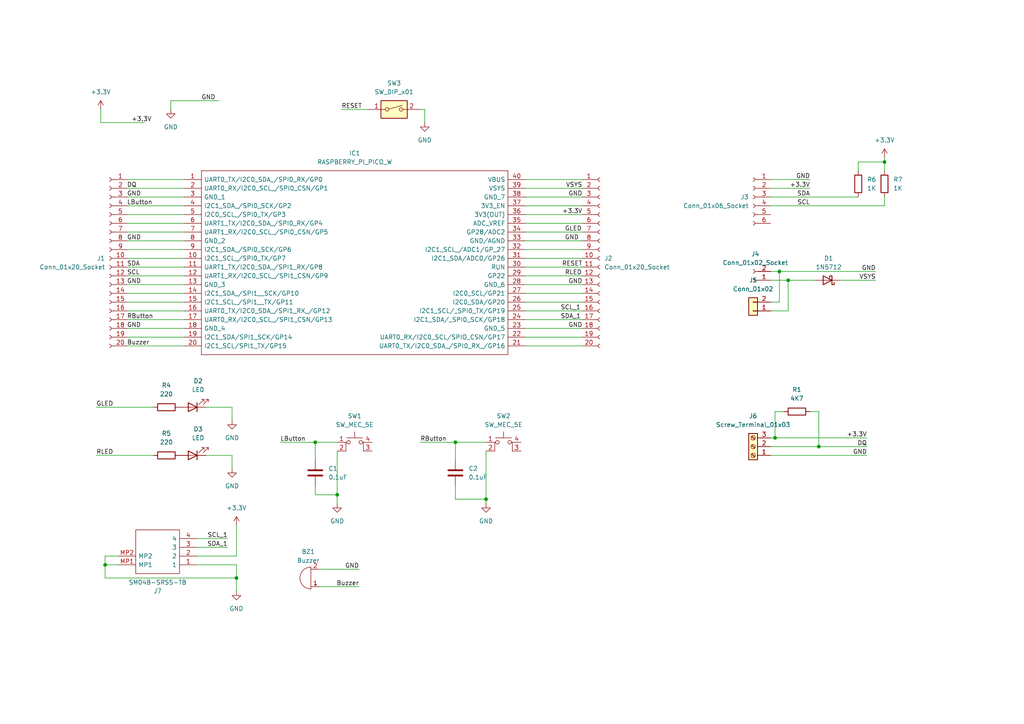
<source format=kicad_sch>
(kicad_sch (version 20230121) (generator eeschema)
  (paper "A4")
  (lib_symbols
    (symbol "Connector:Conn_01x02_Socket" (pin_names (offset 1.016) hide)
      (property "Reference" "J" (at 0 2.54 0))
      (property "Value" "Conn_01x02_Socket" (at 0 -5.08 0))
      (symbol "Conn_01x02_Socket_1_1"
        (arc (start 0 -2.032) (mid -0.5058 -2.54) (end 0 -3.048) (stroke (width 0.1524)))
        (polyline (pts (xy -1.27 -2.54) (xy -0.508 -2.54)) (stroke (width 0.1524)))
        (polyline (pts (xy -1.27 0) (xy -0.508 0)) (stroke (width 0.1524)))
        (arc (start 0 0.508) (mid -0.5058 0) (end 0 -0.508) (stroke (width 0.1524)))
        (pin passive line (at -5.08 0 0) (length 3.81) (name "Pin_1") (number "1"))
        (pin passive line (at -5.08 -2.54 0) (length 3.81) (name "Pin_2") (number "2"))
      )
    )
    (symbol "Connector:Conn_01x06_Socket" (pin_names (offset 1.016) hide)
      (property "Reference" "J" (at 0 7.62 0))
      (property "Value" "Conn_01x06_Socket" (at 0 -10.16 0))
      (symbol "Conn_01x06_Socket_1_1"
        (arc (start 0 -7.112) (mid -0.5058 -7.62) (end 0 -8.128) (stroke (width 0.1524)))
        (arc (start 0 -4.572) (mid -0.5058 -5.08) (end 0 -5.588) (stroke (width 0.1524)))
        (arc (start 0 -2.032) (mid -0.5058 -2.54) (end 0 -3.048) (stroke (width 0.1524)))
        (polyline (pts (xy -1.27 -7.62) (xy -0.508 -7.62)) (stroke (width 0.1524)))
        (polyline (pts (xy -1.27 -5.08) (xy -0.508 -5.08)) (stroke (width 0.1524)))
        (polyline (pts (xy -1.27 -2.54) (xy -0.508 -2.54)) (stroke (width 0.1524)))
        (polyline (pts (xy -1.27 0) (xy -0.508 0)) (stroke (width 0.1524)))
        (polyline (pts (xy -1.27 2.54) (xy -0.508 2.54)) (stroke (width 0.1524)))
        (polyline (pts (xy -1.27 5.08) (xy -0.508 5.08)) (stroke (width 0.1524)))
        (arc (start 0 0.508) (mid -0.5058 0) (end 0 -0.508) (stroke (width 0.1524)))
        (arc (start 0 3.048) (mid -0.5058 2.54) (end 0 2.032) (stroke (width 0.1524)))
        (arc (start 0 5.588) (mid -0.5058 5.08) (end 0 4.572) (stroke (width 0.1524)))
        (pin passive line (at -5.08 5.08 0) (length 3.81) (name "Pin_1") (number "1"))
        (pin passive line (at -5.08 2.54 0) (length 3.81) (name "Pin_2") (number "2"))
        (pin passive line (at -5.08 0 0) (length 3.81) (name "Pin_3") (number "3"))
        (pin passive line (at -5.08 -2.54 0) (length 3.81) (name "Pin_4") (number "4"))
        (pin passive line (at -5.08 -5.08 0) (length 3.81) (name "Pin_5") (number "5"))
        (pin passive line (at -5.08 -7.62 0) (length 3.81) (name "Pin_6") (number "6"))
      )
    )
    (symbol "Connector:Conn_01x20_Socket" (pin_names (offset 1.016) hide)
      (property "Reference" "J" (at 0 25.4 0))
      (property "Value" "Conn_01x20_Socket" (at 0 -27.94 0))
      (symbol "Conn_01x20_Socket_1_1"
        (arc (start 0 -24.892) (mid -0.5058 -25.4) (end 0 -25.908) (stroke (width 0.1524)))
        (arc (start 0 -22.352) (mid -0.5058 -22.86) (end 0 -23.368) (stroke (width 0.1524)))
        (arc (start 0 -19.812) (mid -0.5058 -20.32) (end 0 -20.828) (stroke (width 0.1524)))
        (arc (start 0 -17.272) (mid -0.5058 -17.78) (end 0 -18.288) (stroke (width 0.1524)))
        (arc (start 0 -14.732) (mid -0.5058 -15.24) (end 0 -15.748) (stroke (width 0.1524)))
        (arc (start 0 -12.192) (mid -0.5058 -12.7) (end 0 -13.208) (stroke (width 0.1524)))
        (arc (start 0 -9.652) (mid -0.5058 -10.16) (end 0 -10.668) (stroke (width 0.1524)))
        (arc (start 0 -7.112) (mid -0.5058 -7.62) (end 0 -8.128) (stroke (width 0.1524)))
        (arc (start 0 -4.572) (mid -0.5058 -5.08) (end 0 -5.588) (stroke (width 0.1524)))
        (arc (start 0 -2.032) (mid -0.5058 -2.54) (end 0 -3.048) (stroke (width 0.1524)))
        (polyline (pts (xy -1.27 -25.4) (xy -0.508 -25.4)) (stroke (width 0.1524)))
        (polyline (pts (xy -1.27 -22.86) (xy -0.508 -22.86)) (stroke (width 0.1524)))
        (polyline (pts (xy -1.27 -20.32) (xy -0.508 -20.32)) (stroke (width 0.1524)))
        (polyline (pts (xy -1.27 -17.78) (xy -0.508 -17.78)) (stroke (width 0.1524)))
        (polyline (pts (xy -1.27 -15.24) (xy -0.508 -15.24)) (stroke (width 0.1524)))
        (polyline (pts (xy -1.27 -12.7) (xy -0.508 -12.7)) (stroke (width 0.1524)))
        (polyline (pts (xy -1.27 -10.16) (xy -0.508 -10.16)) (stroke (width 0.1524)))
        (polyline (pts (xy -1.27 -7.62) (xy -0.508 -7.62)) (stroke (width 0.1524)))
        (polyline (pts (xy -1.27 -5.08) (xy -0.508 -5.08)) (stroke (width 0.1524)))
        (polyline (pts (xy -1.27 -2.54) (xy -0.508 -2.54)) (stroke (width 0.1524)))
        (polyline (pts (xy -1.27 0) (xy -0.508 0)) (stroke (width 0.1524)))
        (polyline (pts (xy -1.27 2.54) (xy -0.508 2.54)) (stroke (width 0.1524)))
        (polyline (pts (xy -1.27 5.08) (xy -0.508 5.08)) (stroke (width 0.1524)))
        (polyline (pts (xy -1.27 7.62) (xy -0.508 7.62)) (stroke (width 0.1524)))
        (polyline (pts (xy -1.27 10.16) (xy -0.508 10.16)) (stroke (width 0.1524)))
        (polyline (pts (xy -1.27 12.7) (xy -0.508 12.7)) (stroke (width 0.1524)))
        (polyline (pts (xy -1.27 15.24) (xy -0.508 15.24)) (stroke (width 0.1524)))
        (polyline (pts (xy -1.27 17.78) (xy -0.508 17.78)) (stroke (width 0.1524)))
        (polyline (pts (xy -1.27 20.32) (xy -0.508 20.32)) (stroke (width 0.1524)))
        (polyline (pts (xy -1.27 22.86) (xy -0.508 22.86)) (stroke (width 0.1524)))
        (arc (start 0 0.508) (mid -0.5058 0) (end 0 -0.508) (stroke (width 0.1524)))
        (arc (start 0 3.048) (mid -0.5058 2.54) (end 0 2.032) (stroke (width 0.1524)))
        (arc (start 0 5.588) (mid -0.5058 5.08) (end 0 4.572) (stroke (width 0.1524)))
        (arc (start 0 8.128) (mid -0.5058 7.62) (end 0 7.112) (stroke (width 0.1524)))
        (arc (start 0 10.668) (mid -0.5058 10.16) (end 0 9.652) (stroke (width 0.1524)))
        (arc (start 0 13.208) (mid -0.5058 12.7) (end 0 12.192) (stroke (width 0.1524)))
        (arc (start 0 15.748) (mid -0.5058 15.24) (end 0 14.732) (stroke (width 0.1524)))
        (arc (start 0 18.288) (mid -0.5058 17.78) (end 0 17.272) (stroke (width 0.1524)))
        (arc (start 0 20.828) (mid -0.5058 20.32) (end 0 19.812) (stroke (width 0.1524)))
        (arc (start 0 23.368) (mid -0.5058 22.86) (end 0 22.352) (stroke (width 0.1524)))
        (pin passive line (at -5.08 22.86 0) (length 3.81) (name "Pin_1") (number "1"))
        (pin passive line (at -5.08 0 0) (length 3.81) (name "Pin_10") (number "10"))
        (pin passive line (at -5.08 -2.54 0) (length 3.81) (name "Pin_11") (number "11"))
        (pin passive line (at -5.08 -5.08 0) (length 3.81) (name "Pin_12") (number "12"))
        (pin passive line (at -5.08 -7.62 0) (length 3.81) (name "Pin_13") (number "13"))
        (pin passive line (at -5.08 -10.16 0) (length 3.81) (name "Pin_14") (number "14"))
        (pin passive line (at -5.08 -12.7 0) (length 3.81) (name "Pin_15") (number "15"))
        (pin passive line (at -5.08 -15.24 0) (length 3.81) (name "Pin_16") (number "16"))
        (pin passive line (at -5.08 -17.78 0) (length 3.81) (name "Pin_17") (number "17"))
        (pin passive line (at -5.08 -20.32 0) (length 3.81) (name "Pin_18") (number "18"))
        (pin passive line (at -5.08 -22.86 0) (length 3.81) (name "Pin_19") (number "19"))
        (pin passive line (at -5.08 20.32 0) (length 3.81) (name "Pin_2") (number "2"))
        (pin passive line (at -5.08 -25.4 0) (length 3.81) (name "Pin_20") (number "20"))
        (pin passive line (at -5.08 17.78 0) (length 3.81) (name "Pin_3") (number "3"))
        (pin passive line (at -5.08 15.24 0) (length 3.81) (name "Pin_4") (number "4"))
        (pin passive line (at -5.08 12.7 0) (length 3.81) (name "Pin_5") (number "5"))
        (pin passive line (at -5.08 10.16 0) (length 3.81) (name "Pin_6") (number "6"))
        (pin passive line (at -5.08 7.62 0) (length 3.81) (name "Pin_7") (number "7"))
        (pin passive line (at -5.08 5.08 0) (length 3.81) (name "Pin_8") (number "8"))
        (pin passive line (at -5.08 2.54 0) (length 3.81) (name "Pin_9") (number "9"))
      )
    )
    (symbol "Connector:Screw_Terminal_01x03" (pin_names (offset 1.016) hide)
      (property "Reference" "J" (at 0 5.08 0))
      (property "Value" "Screw_Terminal_01x03" (at 0 -5.08 0))
      (symbol "Screw_Terminal_01x03_1_1"
        (rectangle (start -1.27 3.81) (end 1.27 -3.81) (stroke (width 0.254)) (fill (type background)))
        (circle (center 0 -2.54) (radius 0.635) (stroke (width 0.1524)))
        (polyline (pts (xy -0.5334 -2.2098) (xy 0.3302 -3.048)) (stroke (width 0.1524)))
        (polyline (pts (xy -0.5334 0.3302) (xy 0.3302 -0.508)) (stroke (width 0.1524)))
        (polyline (pts (xy -0.5334 2.8702) (xy 0.3302 2.032)) (stroke (width 0.1524)))
        (polyline (pts (xy -0.3556 -2.032) (xy 0.508 -2.8702)) (stroke (width 0.1524)))
        (polyline (pts (xy -0.3556 0.508) (xy 0.508 -0.3302)) (stroke (width 0.1524)))
        (polyline (pts (xy -0.3556 3.048) (xy 0.508 2.2098)) (stroke (width 0.1524)))
        (circle (center 0 0) (radius 0.635) (stroke (width 0.1524)))
        (circle (center 0 2.54) (radius 0.635) (stroke (width 0.1524)))
        (pin passive line (at -5.08 2.54 0) (length 3.81) (name "Pin_1") (number "1"))
        (pin passive line (at -5.08 0 0) (length 3.81) (name "Pin_2") (number "2"))
        (pin passive line (at -5.08 -2.54 0) (length 3.81) (name "Pin_3") (number "3"))
      )
    )
    (symbol "Connector_Generic:Conn_01x02" (pin_names (offset 1.016) hide)
      (property "Reference" "J" (at 0 2.54 0))
      (property "Value" "Conn_01x02" (at 0 -5.08 0))
      (symbol "Conn_01x02_1_1"
        (rectangle (start -1.27 -2.413) (end 0 -2.667) (stroke (width 0.1524)))
        (rectangle (start -1.27 0.127) (end 0 -0.127) (stroke (width 0.1524)))
        (rectangle (start -1.27 1.27) (end 1.27 -3.81) (stroke (width 0.254)) (fill (type background)))
        (pin passive line (at -5.08 0 0) (length 3.81) (name "Pin_1") (number "1"))
        (pin passive line (at -5.08 -2.54 0) (length 3.81) (name "Pin_2") (number "2"))
      )
    )
    (symbol "Device:Buzzer" (pin_names (offset 0.0254) hide)
      (property "Reference" "BZ" (at 3.81 1.27 0))
      (property "Value" "Buzzer" (at 3.81 -1.27 0))
      (symbol "Buzzer_0_1"
        (arc (start 0 -3.175) (mid 3.1612 0) (end 0 3.175))
        (polyline (pts (xy -1.651 1.905) (xy -1.143 1.905)))
        (polyline (pts (xy -1.397 2.159) (xy -1.397 1.651)))
        (polyline (pts (xy 0 3.175) (xy 0 -3.175)))
      )
      (symbol "Buzzer_1_1"
        (pin passive line (at -2.54 2.54 0) (length 2.54) (name "-") (number "1"))
        (pin passive line (at -2.54 -2.54 0) (length 2.54) (name "+") (number "2"))
      )
    )
    (symbol "Device:C" (pin_numbers hide) (pin_names (offset 0.254))
      (property "Reference" "C" (at 0.635 2.54 0))
      (property "Value" "C" (at 0.635 -2.54 0))
      (symbol "C_0_1"
        (polyline (pts (xy -2.032 -0.762) (xy 2.032 -0.762)) (stroke (width 0.508)))
        (polyline (pts (xy -2.032 0.762) (xy 2.032 0.762)) (stroke (width 0.508)))
      )
      (symbol "C_1_1"
        (pin passive line (at 0 3.81 270) (length 2.794) (name "~") (number "1"))
        (pin passive line (at 0 -3.81 90) (length 2.794) (name "~") (number "2"))
      )
    )
    (symbol "Device:LED" (pin_numbers hide) (pin_names (offset 1.016) hide)
      (property "Reference" "D" (at 0 2.54 0))
      (property "Value" "LED" (at 0 -2.54 0))
      (symbol "LED_0_1"
        (polyline (pts (xy -1.27 -1.27) (xy -1.27 1.27)) (stroke (width 0.254)))
        (polyline (pts (xy -1.27 0) (xy 1.27 0)))
        (polyline (pts (xy 1.27 -1.27) (xy 1.27 1.27) (xy -1.27 0) (xy 1.27 -1.27)) (stroke (width 0.254)))
        (polyline (pts (xy -3.048 -0.762) (xy -4.572 -2.286) (xy -3.81 -2.286) (xy -4.572 -2.286) (xy -4.572 -1.524)))
        (polyline (pts (xy -1.778 -0.762) (xy -3.302 -2.286) (xy -2.54 -2.286) (xy -3.302 -2.286) (xy -3.302 -1.524)))
      )
      (symbol "LED_1_1"
        (pin passive line (at -3.81 0 0) (length 2.54) (name "K") (number "1"))
        (pin passive line (at 3.81 0 180) (length 2.54) (name "A") (number "2"))
      )
    )
    (symbol "Device:R" (pin_numbers hide) (pin_names (offset 0))
      (property "Reference" "R" (at 2.032 0 90))
      (property "Value" "R" (at 0 0 90))
      (symbol "R_0_1"
        (rectangle (start -1.016 -2.54) (end 1.016 2.54) (stroke (width 0.254)))
      )
      (symbol "R_1_1"
        (pin passive line (at 0 3.81 270) (length 1.27) (name "~") (number "1"))
        (pin passive line (at 0 -3.81 90) (length 1.27) (name "~") (number "2"))
      )
    )
    (symbol "Diode:1N5712" (pin_numbers hide) (pin_names (offset 1.016) hide)
      (property "Reference" "D" (at 0 2.54 0))
      (property "Value" "1N5712" (at 0 -2.54 0))
      (symbol "1N5712_0_1"
        (polyline (pts (xy 1.27 0) (xy -1.27 0)))
        (polyline (pts (xy 1.27 1.27) (xy 1.27 -1.27) (xy -1.27 0) (xy 1.27 1.27)) (stroke (width 0.254)))
        (polyline (pts (xy -1.905 0.635) (xy -1.905 1.27) (xy -1.27 1.27) (xy -1.27 -1.27) (xy -0.635 -1.27) (xy -0.635 -0.635)) (stroke (width 0.254)))
      )
      (symbol "1N5712_1_1"
        (pin passive line (at -3.81 0 0) (length 2.54) (name "K") (number "1"))
        (pin passive line (at 3.81 0 180) (length 2.54) (name "A") (number "2"))
      )
    )
    (symbol "RASPBERRY_PI_PICO_W:RASPBERRY_PI_PICO_W" (pin_names (offset 0.762))
      (property "Reference" "IC" (at 95.25 7.62 0))
      (property "Value" "RASPBERRY_PI_PICO_W" (at 95.25 5.08 0))
      (symbol "RASPBERRY_PI_PICO_W_0_0"
        (pin passive line (at 0 0 0) (length 5.08) (name "UART0_TX/I2C0_SDA_/SPI0_RX/GP0") (number "1"))
        (pin passive line (at 0 -22.86 0) (length 5.08) (name "I2C1_SCL_/SPI0_TX/GP7") (number "10"))
        (pin passive line (at 0 -25.4 0) (length 5.08) (name "UART1_TX/I2C0_SDA_/SPI1_RX/GP8") (number "11"))
        (pin passive line (at 0 -27.94 0) (length 5.08) (name "UART1_RX/I2C0_SCL_/SPI1_CSN/GP9") (number "12"))
        (pin passive line (at 0 -30.48 0) (length 5.08) (name "GND_3") (number "13"))
        (pin passive line (at 0 -33.02 0) (length 5.08) (name "I2C1_SDA_/SPI1__SCK/GP10") (number "14"))
        (pin passive line (at 0 -35.56 0) (length 5.08) (name "I2C1_SCL_/SPI1__TX/GP11") (number "15"))
        (pin passive line (at 0 -38.1 0) (length 5.08) (name "UART0_TX/I2C0_SDA_/SPI1_RX_/GP12") (number "16"))
        (pin passive line (at 0 -40.64 0) (length 5.08) (name "UART0_RX/I2C0_SCL_/SPI1_CSN/GP13") (number "17"))
        (pin passive line (at 0 -43.18 0) (length 5.08) (name "GND_4") (number "18"))
        (pin passive line (at 0 -45.72 0) (length 5.08) (name "I2C1_SDA/SPI1_SCK/GP14") (number "19"))
        (pin passive line (at 0 -2.54 0) (length 5.08) (name "UART0_RX/I2C0_SCL_/SPI0_CSN/GP1") (number "2"))
        (pin passive line (at 0 -48.26 0) (length 5.08) (name "I2C1_SCL/SPI1_TX/GP15") (number "20"))
        (pin passive line (at 99.06 -48.26 180) (length 5.08) (name "UART0_TX/I2C0_SDA_/SPI0_RX_/GP16") (number "21"))
        (pin passive line (at 99.06 -45.72 180) (length 5.08) (name "UART0_RX/I2C0_SCL/SPIO_CSN/GP17") (number "22"))
        (pin passive line (at 99.06 -43.18 180) (length 5.08) (name "GND_5") (number "23"))
        (pin passive line (at 99.06 -40.64 180) (length 5.08) (name "I2C1_SDA/_SPI0_SCK/GP18") (number "24"))
        (pin passive line (at 99.06 -38.1 180) (length 5.08) (name "I2C1_SCL/_SPI0_TX/GP19") (number "25"))
        (pin passive line (at 99.06 -35.56 180) (length 5.08) (name "I2C0_SDA/GP20") (number "26"))
        (pin passive line (at 99.06 -33.02 180) (length 5.08) (name "I2C0_SCL/GP21") (number "27"))
        (pin passive line (at 99.06 -30.48 180) (length 5.08) (name "GND_6") (number "28"))
        (pin passive line (at 99.06 -27.94 180) (length 5.08) (name "GP22") (number "29"))
        (pin passive line (at 0 -5.08 0) (length 5.08) (name "GND_1") (number "3"))
        (pin passive line (at 99.06 -25.4 180) (length 5.08) (name "RUN") (number "30"))
        (pin passive line (at 99.06 -22.86 180) (length 5.08) (name "I2C1_SDA/ADC0/GP26") (number "31"))
        (pin passive line (at 99.06 -20.32 180) (length 5.08) (name "I2C1_SCL_/ADC1/GP_27") (number "32"))
        (pin passive line (at 99.06 -17.78 180) (length 5.08) (name "GND/AGND") (number "33"))
        (pin passive line (at 99.06 -15.24 180) (length 5.08) (name "GP28/ADC2") (number "34"))
        (pin passive line (at 99.06 -12.7 180) (length 5.08) (name "ADC_VREF") (number "35"))
        (pin passive line (at 99.06 -10.16 180) (length 5.08) (name "3V3(OUT)") (number "36"))
        (pin passive line (at 99.06 -7.62 180) (length 5.08) (name "3V3_EN") (number "37"))
        (pin passive line (at 99.06 -5.08 180) (length 5.08) (name "GND_7") (number "38"))
        (pin passive line (at 99.06 -2.54 180) (length 5.08) (name "VSYS") (number "39"))
        (pin passive line (at 0 -7.62 0) (length 5.08) (name "I2C1_SDA_/SPI0_SCK/GP2") (number "4"))
        (pin passive line (at 99.06 0 180) (length 5.08) (name "VBUS") (number "40"))
        (pin passive line (at 0 -10.16 0) (length 5.08) (name "I2C0_SCL_/SPI0_TX/GP3") (number "5"))
        (pin passive line (at 0 -12.7 0) (length 5.08) (name "UART1_TX/I2C0_SDA_/SPI0_RX/GP4") (number "6"))
        (pin passive line (at 0 -15.24 0) (length 5.08) (name "UART1_RX/I2C0_SCL_/SPI0_CSN/GP5") (number "7"))
        (pin passive line (at 0 -17.78 0) (length 5.08) (name "GND_2") (number "8"))
        (pin passive line (at 0 -20.32 0) (length 5.08) (name "I2C1_SDA_/SPI0_SCK/GP6") (number "9"))
      )
      (symbol "RASPBERRY_PI_PICO_W_0_1"
        (polyline (pts (xy 5.08 2.54) (xy 93.98 2.54) (xy 93.98 -50.8) (xy 5.08 -50.8) (xy 5.08 2.54)) (stroke (width 0.1524)))
      )
    )
    (symbol "SM04B-SRSS-TB:SM04B-SRSS-TB" (pin_names (offset 0.762))
      (property "Reference" "J" (at 19.05 7.62 0))
      (property "Value" "SM04B-SRSS-TB" (at 19.05 5.08 0))
      (symbol "SM04B-SRSS-TB_0_0"
        (pin passive line (at 22.86 0 180) (length 5.08) (name "1") (number "1"))
        (pin passive line (at 22.86 -2.54 180) (length 5.08) (name "2") (number "2"))
        (pin passive line (at 22.86 -5.08 180) (length 5.08) (name "3") (number "3"))
        (pin passive line (at 22.86 -7.62 180) (length 5.08) (name "4") (number "4"))
        (pin passive line (at 0 0 0) (length 5.08) (name "MP1") (number "MP1"))
        (pin passive line (at 0 -2.54 0) (length 5.08) (name "MP2") (number "MP2"))
      )
      (symbol "SM04B-SRSS-TB_0_1"
        (polyline (pts (xy 5.08 2.54) (xy 17.78 2.54) (xy 17.78 -10.16) (xy 5.08 -10.16) (xy 5.08 2.54)) (stroke (width 0.1524)))
      )
    )
    (symbol "Switch:SW_DIP_x01" (pin_names (offset 0) hide)
      (property "Reference" "SW" (at 0 3.81 0))
      (property "Value" "SW_DIP_x01" (at 0 -3.81 0))
      (symbol "SW_DIP_x01_0_0"
        (circle (center -2.032 0) (radius 0.508))
        (polyline (pts (xy -1.524 0.127) (xy 2.3622 1.1684)))
        (circle (center 2.032 0) (radius 0.508))
      )
      (symbol "SW_DIP_x01_0_1"
        (rectangle (start -3.81 2.54) (end 3.81 -2.54) (stroke (width 0.254)) (fill (type background)))
      )
      (symbol "SW_DIP_x01_1_1"
        (pin passive line (at -7.62 0 0) (length 5.08) (name "~") (number "1"))
        (pin passive line (at 7.62 0 180) (length 5.08) (name "~") (number "2"))
      )
    )
    (symbol "Switch:SW_MEC_5E" (pin_names (offset 1.016) hide)
      (property "Reference" "SW" (at 0.635 5.715 0))
      (property "Value" "SW_MEC_5E" (at 0 -3.175 0))
      (symbol "SW_MEC_5E_0_1"
        (circle (center -1.778 2.54) (radius 0.508))
        (polyline (pts (xy -2.286 3.81) (xy 2.286 3.81)))
        (polyline (pts (xy 0 3.81) (xy 0 5.588)))
        (polyline (pts (xy -2.54 0) (xy -2.54 2.54) (xy -2.286 2.54)))
        (polyline (pts (xy 2.54 0) (xy 2.54 2.54) (xy 2.286 2.54)))
        (circle (center 1.778 2.54) (radius 0.508))
        (pin passive line (at -5.08 2.54 0) (length 2.54) (name "1") (number "1"))
        (pin passive line (at -5.08 0 0) (length 2.54) (name "2") (number "2"))
        (pin passive line (at 5.08 0 180) (length 2.54) (name "K") (number "3"))
        (pin passive line (at 5.08 2.54 180) (length 2.54) (name "A") (number "4"))
      )
    )
    (symbol "power:+3.3V" (power) (pin_names (offset 0))
      (property "Value" "+3.3V" (at 0 3.556 0))
      (symbol "+3.3V_0_1"
        (polyline (pts (xy -0.762 1.27) (xy 0 2.54)))
        (polyline (pts (xy 0 0) (xy 0 2.54)))
        (polyline (pts (xy 0 2.54) (xy 0.762 1.27)))
      )
      (symbol "+3.3V_1_1"
        (pin power_in line (at 0 0 90) (length 0) hide (name "+3.3V") (number "1"))
      )
    )
    (symbol "power:GND" (power) (pin_names (offset 0))
      (property "Value" "GND" (at 0 -3.81 0))
      (symbol "GND_0_1"
        (polyline (pts (xy 0 0) (xy 0 -1.27) (xy 1.27 -1.27) (xy 0 -2.54) (xy -1.27 -1.27) (xy 0 -1.27)))
      )
      (symbol "GND_1_1"
        (pin power_in line (at 0 0 270) (length 0) hide (name "GND") (number "1"))
      )
    )
  )
  (junction (at 68.58 167.64))
  (junction (at 226.06 78.74))
  (junction (at 256.54 46.99))
  (junction (at 140.97 144.78))
  (junction (at 91.44 128.27))
  (junction (at 132.08 128.27))
  (junction (at 30.48 163.83))
  (junction (at 97.79 143.51))
  (junction (at 224.79 127))
  (junction (at 237.49 129.54))
  (junction (at 228.6 81.28))
  (wire (pts (xy 121.92 31.75) (xy 123.19 31.75)))
  (wire (pts (xy 132.08 128.27) (xy 140.97 128.27)))
  (wire (pts (xy 36.83 87.63) (xy 53.34 87.63)))
  (wire (pts (xy 248.92 49.53) (xy 248.92 46.99)))
  (wire (pts (xy 132.08 140.97) (xy 132.08 144.78)))
  (wire (pts (xy 29.21 35.56) (xy 41.91 35.56)))
  (wire (pts (xy 223.52 127) (xy 224.79 127)))
  (wire (pts (xy 36.83 82.55) (xy 53.34 82.55)))
  (wire (pts (xy 256.54 57.15) (xy 256.54 59.69)))
  (wire (pts (xy 223.52 132.08) (xy 251.46 132.08)))
  (wire (pts (xy 237.49 129.54) (xy 251.46 129.54)))
  (wire (pts (xy 36.83 97.79) (xy 53.34 97.79)))
  (wire (pts (xy 36.83 67.31) (xy 53.34 67.31)))
  (wire (pts (xy 97.79 143.51) (xy 97.79 146.05)))
  (wire (pts (xy 49.53 29.21) (xy 63.5 29.21)))
  (wire (pts (xy 223.52 54.61) (xy 234.95 54.61)))
  (wire (pts (xy 68.58 163.83) (xy 68.58 167.64)))
  (wire (pts (xy 68.58 152.4) (xy 68.58 161.29)))
  (wire (pts (xy 224.79 119.38) (xy 224.79 127)))
  (wire (pts (xy 256.54 46.99) (xy 256.54 49.53)))
  (wire (pts (xy 140.97 130.81) (xy 140.97 144.78)))
  (wire (pts (xy 36.83 54.61) (xy 53.34 54.61)))
  (wire (pts (xy 228.6 81.28) (xy 236.22 81.28)))
  (wire (pts (xy 224.79 127) (xy 251.46 127)))
  (wire (pts (xy 30.48 167.64) (xy 68.58 167.64)))
  (wire (pts (xy 152.4 64.77) (xy 168.91 64.77)))
  (wire (pts (xy 59.69 132.08) (xy 67.31 132.08)))
  (wire (pts (xy 152.4 62.23) (xy 168.91 62.23)))
  (wire (pts (xy 152.4 54.61) (xy 168.91 54.61)))
  (wire (pts (xy 91.44 143.51) (xy 97.79 143.51)))
  (wire (pts (xy 99.06 31.75) (xy 106.68 31.75)))
  (wire (pts (xy 152.4 87.63) (xy 168.91 87.63)))
  (wire (pts (xy 226.06 78.74) (xy 254 78.74)))
  (wire (pts (xy 227.33 119.38) (xy 224.79 119.38)))
  (wire (pts (xy 152.4 90.17) (xy 168.91 90.17)))
  (wire (pts (xy 36.83 74.93) (xy 53.34 74.93)))
  (wire (pts (xy 152.4 100.33) (xy 168.91 100.33)))
  (wire (pts (xy 223.52 87.63) (xy 226.06 87.63)))
  (wire (pts (xy 67.31 132.08) (xy 67.31 135.89)))
  (wire (pts (xy 152.4 52.07) (xy 168.91 52.07)))
  (wire (pts (xy 36.83 62.23) (xy 53.34 62.23)))
  (wire (pts (xy 36.83 64.77) (xy 53.34 64.77)))
  (wire (pts (xy 234.95 119.38) (xy 237.49 119.38)))
  (wire (pts (xy 34.29 161.29) (xy 30.48 161.29)))
  (wire (pts (xy 36.83 95.25) (xy 53.34 95.25)))
  (wire (pts (xy 152.4 82.55) (xy 168.91 82.55)))
  (wire (pts (xy 67.31 118.11) (xy 67.31 121.92)))
  (wire (pts (xy 36.83 52.07) (xy 53.34 52.07)))
  (wire (pts (xy 152.4 69.85) (xy 168.91 69.85)))
  (wire (pts (xy 29.21 31.75) (xy 29.21 35.56)))
  (wire (pts (xy 30.48 163.83) (xy 34.29 163.83)))
  (wire (pts (xy 92.71 170.18) (xy 104.14 170.18)))
  (wire (pts (xy 237.49 119.38) (xy 237.49 129.54)))
  (wire (pts (xy 132.08 144.78) (xy 140.97 144.78)))
  (wire (pts (xy 30.48 161.29) (xy 30.48 163.83)))
  (wire (pts (xy 91.44 128.27) (xy 97.79 128.27)))
  (wire (pts (xy 36.83 57.15) (xy 53.34 57.15)))
  (wire (pts (xy 152.4 59.69) (xy 168.91 59.69)))
  (wire (pts (xy 123.19 31.75) (xy 123.19 35.56)))
  (wire (pts (xy 68.58 167.64) (xy 68.58 171.45)))
  (wire (pts (xy 223.52 59.69) (xy 256.54 59.69)))
  (wire (pts (xy 27.94 132.08) (xy 44.45 132.08)))
  (wire (pts (xy 226.06 87.63) (xy 226.06 78.74)))
  (wire (pts (xy 36.83 80.01) (xy 53.34 80.01)))
  (wire (pts (xy 36.83 69.85) (xy 53.34 69.85)))
  (wire (pts (xy 36.83 59.69) (xy 53.34 59.69)))
  (wire (pts (xy 81.28 128.27) (xy 91.44 128.27)))
  (wire (pts (xy 228.6 90.17) (xy 228.6 81.28)))
  (wire (pts (xy 223.52 52.07) (xy 234.95 52.07)))
  (wire (pts (xy 91.44 140.97) (xy 91.44 143.51)))
  (wire (pts (xy 59.69 118.11) (xy 67.31 118.11)))
  (wire (pts (xy 36.83 90.17) (xy 53.34 90.17)))
  (wire (pts (xy 140.97 144.78) (xy 140.97 146.05)))
  (wire (pts (xy 36.83 92.71) (xy 53.34 92.71)))
  (wire (pts (xy 152.4 67.31) (xy 168.91 67.31)))
  (wire (pts (xy 152.4 72.39) (xy 168.91 72.39)))
  (wire (pts (xy 223.52 90.17) (xy 228.6 90.17)))
  (wire (pts (xy 152.4 95.25) (xy 168.91 95.25)))
  (wire (pts (xy 53.34 77.47) (xy 36.83 77.47)))
  (wire (pts (xy 152.4 57.15) (xy 168.91 57.15)))
  (wire (pts (xy 152.4 97.79) (xy 168.91 97.79)))
  (wire (pts (xy 152.4 92.71) (xy 168.91 92.71)))
  (wire (pts (xy 57.15 158.75) (xy 66.04 158.75)))
  (wire (pts (xy 223.52 81.28) (xy 228.6 81.28)))
  (wire (pts (xy 152.4 80.01) (xy 168.91 80.01)))
  (wire (pts (xy 223.52 129.54) (xy 237.49 129.54)))
  (wire (pts (xy 92.71 165.1) (xy 104.14 165.1)))
  (wire (pts (xy 49.53 31.75) (xy 49.53 29.21)))
  (wire (pts (xy 30.48 163.83) (xy 30.48 167.64)))
  (wire (pts (xy 132.08 128.27) (xy 132.08 133.35)))
  (wire (pts (xy 121.92 128.27) (xy 132.08 128.27)))
  (wire (pts (xy 256.54 46.99) (xy 256.54 45.72)))
  (wire (pts (xy 223.52 57.15) (xy 248.92 57.15)))
  (wire (pts (xy 243.84 81.28) (xy 254 81.28)))
  (wire (pts (xy 152.4 74.93) (xy 168.91 74.93)))
  (wire (pts (xy 57.15 163.83) (xy 68.58 163.83)))
  (wire (pts (xy 57.15 161.29) (xy 68.58 161.29)))
  (wire (pts (xy 152.4 77.47) (xy 168.91 77.47)))
  (wire (pts (xy 91.44 128.27) (xy 91.44 133.35)))
  (wire (pts (xy 152.4 85.09) (xy 168.91 85.09)))
  (wire (pts (xy 57.15 156.21) (xy 66.04 156.21)))
  (wire (pts (xy 27.94 118.11) (xy 44.45 118.11)))
  (wire (pts (xy 36.83 72.39) (xy 53.34 72.39)))
  (wire (pts (xy 97.79 130.81) (xy 97.79 143.51)))
  (wire (pts (xy 248.92 46.99) (xy 256.54 46.99)))
  (wire (pts (xy 36.83 85.09) (xy 53.34 85.09)))
  (wire (pts (xy 223.52 78.74) (xy 226.06 78.74)))
  (wire (pts (xy 36.83 100.33) (xy 53.34 100.33)))
  (label "GLED" (at 163.83 67.31 0))
  (label "RLED" (at 163.83 80.01 0))
  (label "GND" (at 36.83 95.25 0))
  (label "GND" (at 36.83 57.15 0))
  (label "RESET" (at 168.91 77.47 180))
  (label "GND" (at 251.46 132.08 180))
  (label "LButton" (at 36.83 59.69 0))
  (label "GND" (at 104.14 165.1 180))
  (label "RButton" (at 36.83 92.71 0))
  (label "GND" (at 168.91 82.55 180))
  (label "GND" (at 234.95 52.07 180))
  (label "GND" (at 168.91 57.15 180))
  (label "SDA_1" (at 162.56 92.71 0))
  (label "Buzzer" (at 104.14 170.18 180))
  (label "+3.3V" (at 251.46 127 180))
  (label "RButton" (at 121.92 128.27 0))
  (label "SCL_1" (at 162.56 90.17 0))
  (label "SCL" (at 36.83 80.01 0))
  (label "GND" (at 58.42 29.21 0))
  (label "RLED" (at 27.94 132.08 0))
  (label "GND" (at 254 78.74 180))
  (label "GND" (at 36.83 69.85 0))
  (label "+3.3V" (at 38.1 35.56 0))
  (label "LButton" (at 81.28 128.27 0))
  (label "SCL_1" (at 66.04 156.21 180))
  (label "GND" (at 36.83 82.55 0))
  (label "SDA_1" (at 66.04 158.75 180))
  (label "SDA" (at 234.95 57.15 180))
  (label "SDA" (at 36.83 77.47 0))
  (label "GND" (at 163.83 69.85 0))
  (label "SCL" (at 234.95 59.69 180))
  (label "DQ" (at 251.46 129.54 180))
  (label "DQ" (at 36.83 54.61 0))
  (label "VSYS" (at 254 81.28 180))
  (label "GND" (at 168.91 95.25 180))
  (label "Buzzer" (at 36.83 100.33 0))
  (label "+3.3V" (at 234.95 54.61 180))
  (label "VSYS" (at 168.91 54.61 180))
  (label "RESET" (at 99.06 31.75 0))
  (label "GLED" (at 27.94 118.11 0))
  (label "+3.3V" (at 168.91 62.23 180))
  (symbol (lib_id "Connector:Conn_01x20_Socket") (at 31.75 74.93 0) (mirror y) (unit 1)
    (property "Reference" "J1" (at 30.48 74.93 0) (effects (justify left)))
    (property "Value" "Conn_01x20_Socket" (at 30.48 77.47 0) (effects (justify left)))
    (property "Footprint" "Connector_PinSocket_2.54mm:PinSocket_1x20_P2.54mm_Vertical" (effects hide))
  )
  (symbol (lib_id "Device:LED") (at 55.88 118.11 180) (unit 1)
    (property "Reference" "D2" (at 57.4675 110.49 0))
    (property "Value" "LED" (at 57.4675 113.03 0))
    (property "Footprint" "LED_THT:LED_D3.0mm" (effects hide))
  )
  (symbol (lib_id "Switch:SW_MEC_5E") (at 146.05 130.81 0) (unit 1)
    (property "Reference" "SW2" (at 146.05 120.65 0))
    (property "Value" "SW_MEC_5E" (at 146.05 123.19 0))
    (property "Footprint" "Button_Switch_THT:SW_TH_Tactile_Omron_B3F-10xx" (effects hide))
    (property "Datasheet" "http://www.apem.com/int/index.php?controller=attachment&id_attachment=1371" (effects hide))
  )
  (symbol (lib_id "Connector:Conn_01x02_Socket") (at 218.44 81.28 180) (unit 1)
    (property "Reference" "J4" (at 219.075 73.66 0))
    (property "Value" "Conn_01x02_Socket" (at 219.075 76.2 0))
    (property "Footprint" "Connector_JST:JST_PH_B2B-PH-K_1x02_P2.00mm_Vertical" (effects hide))
  )
  (symbol (lib_id "Connector:Screw_Terminal_01x03") (at 218.44 129.54 180) (unit 1)
    (property "Reference" "J6" (at 218.44 120.65 0))
    (property "Value" "Screw_Terminal_01x03" (at 218.44 123.19 0))
    (property "Footprint" "TerminalBlock_4Ucon:TerminalBlock_4Ucon_1x03_P3.50mm_Horizontal" (effects hide))
  )
  (symbol (lib_id "Device:Buzzer") (at 90.17 167.64 180) (unit 1)
    (property "Reference" "BZ1" (at 89.4149 160.02 0))
    (property "Value" "Buzzer" (at 89.4149 162.56 0))
    (property "Footprint" "Buzzer_Beeper:Buzzer_12x9.5RM7.6" (effects hide))
  )
  (symbol (lib_id "power:+3.3V") (at 29.21 31.75 0) (unit 1)
    (property "Reference" "#PWR02" (effects hide))
    (property "Value" "+3.3V" (at 29.21 26.67 0))
  )
  (symbol (lib_id "Device:R") (at 48.26 132.08 90) (unit 1)
    (property "Reference" "R5" (at 48.26 125.73 90))
    (property "Value" "220" (at 48.26 128.27 90))
    (property "Footprint" "Resistor_THT:R_Axial_DIN0207_L6.3mm_D2.5mm_P10.16mm_Horizontal" (effects hide))
  )
  (symbol (lib_id "SM04B-SRSS-TB:SM04B-SRSS-TB") (at 34.29 163.83 0) (mirror x) (unit 1)
    (property "Reference" "J7" (at 45.72 171.45 0))
    (property "Value" "SM04B-SRSS-TB" (at 45.72 168.91 0))
    (property "Footprint" "SM04BSRSSTB" (effects hide))
    (property "Datasheet" "https://www.jst-mfg.com/product/pdf/eng/eSH.pdf?61bf6c80a2dbc" (effects hide))
    (property "Description" "CONN HEADER SMD R/A 4POS 1MM" (effects hide))
    (property "Height" "2.9" (effects hide))
    (property "Manufacturer_Name" "JST (JAPAN SOLDERLESS TERMINALS)" (effects hide))
    (property "Manufacturer_Part_Number" "SM04B-SRSS-TB" (effects hide))
  )
  (symbol (lib_id "power:GND") (at 49.53 31.75 0) (unit 1)
    (property "Reference" "#PWR01" (effects hide))
    (property "Value" "GND" (at 49.53 36.83 0))
  )
  (symbol (lib_id "power:GND") (at 140.97 146.05 0) (unit 1)
    (property "Reference" "#PWR05" (effects hide))
    (property "Value" "GND" (at 140.97 151.13 0))
  )
  (symbol (lib_id "Connector:Conn_01x06_Socket") (at 218.44 57.15 0) (mirror y) (unit 1)
    (property "Reference" "J3" (at 217.17 57.15 0) (effects (justify left)))
    (property "Value" "Conn_01x06_Socket" (at 217.17 59.69 0) (effects (justify left)))
    (property "Footprint" "Connector_PinSocket_2.54mm:PinSocket_1x06_P2.54mm_Horizontal" (effects hide))
  )
  (symbol (lib_id "Connector_Generic:Conn_01x02") (at 218.44 90.17 180) (unit 1)
    (property "Reference" "J5" (at 218.44 81.28 0))
    (property "Value" "Conn_01x02" (at 218.44 83.82 0))
    (property "Footprint" "Connector_PinHeader_1.27mm:PinHeader_1x02_P1.27mm_Vertical" (effects hide))
  )
  (symbol (lib_id "power:GND") (at 67.31 121.92 0) (unit 1)
    (property "Reference" "#PWR09" (effects hide))
    (property "Value" "GND" (at 67.31 127 0))
  )
  (symbol (lib_id "power:+3.3V") (at 68.58 152.4 0) (unit 1)
    (property "Reference" "#PWR012" (effects hide))
    (property "Value" "+3.3V" (at 68.58 147.32 0))
  )
  (symbol (lib_id "power:+3.3V") (at 256.54 45.72 0) (unit 1)
    (property "Reference" "#PWR010" (effects hide))
    (property "Value" "+3.3V" (at 256.54 40.64 0))
  )
  (symbol (lib_id "Device:LED") (at 55.88 132.08 180) (unit 1)
    (property "Reference" "D3" (at 57.4675 124.46 0))
    (property "Value" "LED" (at 57.4675 127 0))
    (property "Footprint" "LED_THT:LED_D3.0mm" (effects hide))
  )
  (symbol (lib_id "RASPBERRY_PI_PICO_W:RASPBERRY_PI_PICO_W") (at 53.34 52.07 0) (unit 1) (in_bom no) (on_board no)
    (property "Reference" "IC1" (at 102.87 44.45 0))
    (property "Value" "RASPBERRY_PI_PICO_W" (at 102.87 46.99 0))
    (property "Footprint" "PICO_W:RASPBERRYPIPICOW" (effects hide))
    (property "Datasheet" "https://datasheets.raspberrypi.com/picow/pico-w-datasheet.pdf" (effects hide))
    (property "Description" "RASPBERRY-PI - RASPBERRY PI PICO W - Raspberry Pi Board, Raspberry Pi Pico W, RP2040, 32bit, ARM Cortex-M0+" (effects hide))
    (property "Height" "1" (effects hide))
    (property "Manufacturer_Name" "RASPBERRY-PI" (effects hide))
    (property "Manufacturer_Part_Number" "RASPBERRY PI PICO W" (effects hide))
  )
  (symbol (lib_id "Device:R") (at 256.54 53.34 0) (unit 1)
    (property "Reference" "R7" (at 259.08 52.07 0) (effects (justify left)))
    (property "Value" "1K" (at 259.08 54.61 0) (effects (justify left)))
    (property "Footprint" "Resistor_THT:R_Axial_DIN0207_L6.3mm_D2.5mm_P10.16mm_Horizontal" (effects hide))
  )
  (symbol (lib_id "Connector:Conn_01x20_Socket") (at 173.99 74.93 0) (unit 1)
    (property "Reference" "J2" (at 175.26 74.93 0) (effects (justify left)))
    (property "Value" "Conn_01x20_Socket" (at 175.26 77.47 0) (effects (justify left)))
    (property "Footprint" "Connector_PinSocket_2.54mm:PinSocket_1x20_P2.54mm_Vertical" (effects hide))
  )
  (symbol (lib_id "power:GND") (at 97.79 146.05 0) (unit 1)
    (property "Reference" "#PWR04" (effects hide))
    (property "Value" "GND" (at 97.79 151.13 0))
  )
  (symbol (lib_id "Device:R") (at 48.26 118.11 90) (unit 1)
    (property "Reference" "R4" (at 48.26 111.76 90))
    (property "Value" "220" (at 48.26 114.3 90))
    (property "Footprint" "Resistor_THT:R_Axial_DIN0207_L6.3mm_D2.5mm_P10.16mm_Horizontal" (effects hide))
  )
  (symbol (lib_id "power:GND") (at 68.58 171.45 0) (unit 1)
    (property "Reference" "#PWR011" (effects hide))
    (property "Value" "GND" (at 68.58 176.53 0))
  )
  (symbol (lib_id "Switch:SW_DIP_x01") (at 114.3 31.75 0) (unit 1)
    (property "Reference" "SW3" (at 114.3 24.13 0))
    (property "Value" "SW_DIP_x01" (at 114.3 26.67 0))
    (property "Footprint" "Button_Switch_THT:SW_PUSH_1P1T_6x3.5mm_H4.3_APEM_MJTP1243" (effects hide))
  )
  (symbol (lib_id "Device:C") (at 91.44 137.16 0) (unit 1)
    (property "Reference" "C1" (at 95.25 135.89 0) (effects (justify left)))
    (property "Value" "0.1uF" (at 95.25 138.43 0) (effects (justify left)))
    (property "Footprint" "Capacitor_THT:C_Disc_D3.0mm_W1.6mm_P2.50mm" (effects hide))
  )
  (symbol (lib_id "Device:R") (at 248.92 53.34 0) (unit 1)
    (property "Reference" "R6" (at 251.46 52.07 0) (effects (justify left)))
    (property "Value" "1K" (at 251.46 54.61 0) (effects (justify left)))
    (property "Footprint" "Resistor_THT:R_Axial_DIN0207_L6.3mm_D2.5mm_P10.16mm_Horizontal" (effects hide))
  )
  (symbol (lib_id "Device:C") (at 132.08 137.16 0) (unit 1)
    (property "Reference" "C2" (at 135.89 135.89 0) (effects (justify left)))
    (property "Value" "0.1uF" (at 135.89 138.43 0) (effects (justify left)))
    (property "Footprint" "Capacitor_THT:C_Disc_D3.0mm_W1.6mm_P2.50mm" (effects hide))
  )
  (symbol (lib_id "Diode:1N5712") (at 240.03 81.28 180) (unit 1)
    (property "Reference" "D1" (at 240.3475 74.93 0))
    (property "Value" "1N5712" (at 240.3475 77.47 0))
    (property "Footprint" "Diode_THT:D_DO-35_SOD27_P7.62mm_Horizontal" (effects hide))
    (property "Datasheet" "https://www.microsemi.com/document-portal/doc_download/8865-lds-0040-datasheet" (effects hide))
  )
  (symbol (lib_id "power:GND") (at 123.19 35.56 0) (unit 1)
    (property "Reference" "#PWR03" (effects hide))
    (property "Value" "GND" (at 123.19 40.64 0))
  )
  (symbol (lib_id "Switch:SW_MEC_5E") (at 102.87 130.81 0) (unit 1)
    (property "Reference" "SW1" (at 102.87 120.65 0))
    (property "Value" "SW_MEC_5E" (at 102.87 123.19 0))
    (property "Footprint" "Button_Switch_THT:SW_TH_Tactile_Omron_B3F-10xx" (effects hide))
    (property "Datasheet" "http://www.apem.com/int/index.php?controller=attachment&id_attachment=1371" (effects hide))
  )
  (symbol (lib_id "Device:R") (at 231.14 119.38 90) (unit 1)
    (property "Reference" "R1" (at 231.14 113.03 90))
    (property "Value" "4K7" (at 231.14 115.57 90))
    (property "Footprint" "Resistor_THT:R_Axial_DIN0207_L6.3mm_D2.5mm_P10.16mm_Horizontal" (effects hide))
  )
  (symbol (lib_id "power:GND") (at 67.31 135.89 0) (unit 1)
    (property "Reference" "#PWR08" (effects hide))
    (property "Value" "GND" (at 67.31 140.97 0))
  )
)
</source>
